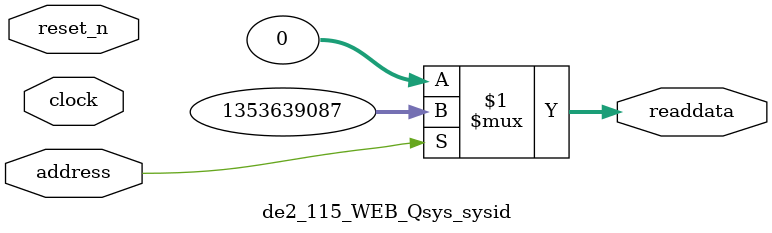
<source format=v>

`timescale 1ns / 1ps
// synthesis translate_on

// turn off superfluous verilog processor warnings 
// altera message_level Level1 
// altera message_off 10034 10035 10036 10037 10230 10240 10030 

module de2_115_WEB_Qsys_sysid (
               // inputs:
                address,
                clock,
                reset_n,

               // outputs:
                readdata
             )
;

  output  [ 31: 0] readdata;
  input            address;
  input            clock;
  input            reset_n;

  wire    [ 31: 0] readdata;
  //control_slave, which is an e_avalon_slave
  assign readdata = address ? 1353639087 : 0;

endmodule




</source>
